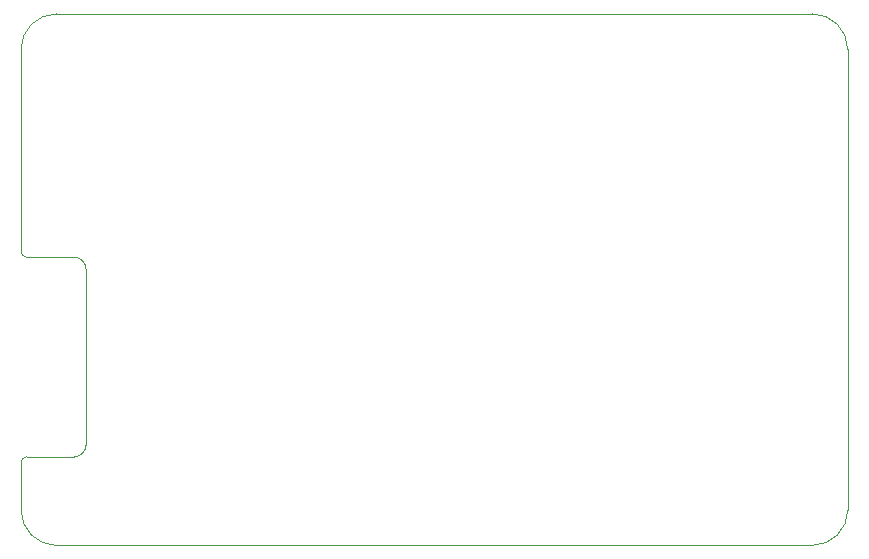
<source format=gbr>
%TF.GenerationSoftware,KiCad,Pcbnew,5.1.10*%
%TF.CreationDate,2021-06-21T15:48:10-04:00*%
%TF.ProjectId,CANalog,43414e61-6c6f-4672-9e6b-696361645f70,rev?*%
%TF.SameCoordinates,PX5b8d800PY848f8c0*%
%TF.FileFunction,Profile,NP*%
%FSLAX46Y46*%
G04 Gerber Fmt 4.6, Leading zero omitted, Abs format (unit mm)*
G04 Created by KiCad (PCBNEW 5.1.10) date 2021-06-21 15:48:10*
%MOMM*%
%LPD*%
G01*
G04 APERTURE LIST*
%TA.AperFunction,Profile*%
%ADD10C,0.050000*%
%TD*%
G04 APERTURE END LIST*
D10*
X-4000000Y-1000000D02*
G75*
G02*
X-1000000Y-4000000I0J-3000000D01*
G01*
X-1000000Y-43000000D02*
G75*
G02*
X-4000000Y-46000000I-3000000J0D01*
G01*
X-68000000Y-46000000D02*
G75*
G02*
X-71000000Y-43000000I0J3000000D01*
G01*
X-71000000Y-4000000D02*
G75*
G02*
X-68000000Y-1000000I3000000J0D01*
G01*
X-70500000Y-21600000D02*
G75*
G02*
X-71000000Y-21100000I0J500000D01*
G01*
X-71000000Y-39000000D02*
G75*
G02*
X-70500000Y-38500000I500000J0D01*
G01*
X-65500000Y-37500000D02*
G75*
G02*
X-66500000Y-38500000I-1000000J0D01*
G01*
X-66500000Y-21600000D02*
G75*
G02*
X-65500000Y-22600000I0J-1000000D01*
G01*
X-71000000Y-39000000D02*
X-71000000Y-43000000D01*
X-66500000Y-38500000D02*
X-70500000Y-38500000D01*
X-65500000Y-22600000D02*
X-65500000Y-37500000D01*
X-70500000Y-21600000D02*
X-66500000Y-21600000D01*
X-71000000Y-21100000D02*
X-71000000Y-4000000D01*
X-4000000Y-46000000D02*
X-68000000Y-46000000D01*
X-1000000Y-4000000D02*
X-1000000Y-43000000D01*
X-68000000Y-1000000D02*
X-4000000Y-1000000D01*
M02*

</source>
